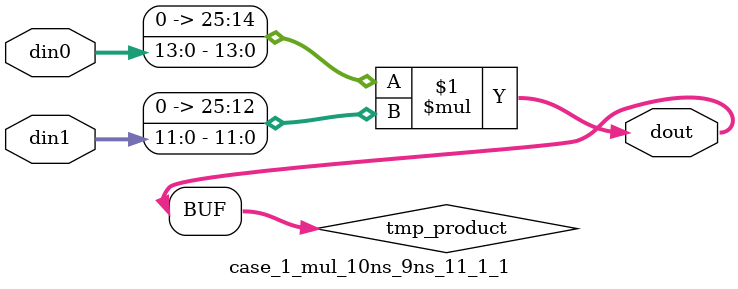
<source format=v>

`timescale 1 ns / 1 ps

 (* use_dsp = "no" *)  module case_1_mul_10ns_9ns_11_1_1(din0, din1, dout);
parameter ID = 1;
parameter NUM_STAGE = 0;
parameter din0_WIDTH = 14;
parameter din1_WIDTH = 12;
parameter dout_WIDTH = 26;

input [din0_WIDTH - 1 : 0] din0; 
input [din1_WIDTH - 1 : 0] din1; 
output [dout_WIDTH - 1 : 0] dout;

wire signed [dout_WIDTH - 1 : 0] tmp_product;
























assign tmp_product = $signed({1'b0, din0}) * $signed({1'b0, din1});











assign dout = tmp_product;





















endmodule

</source>
